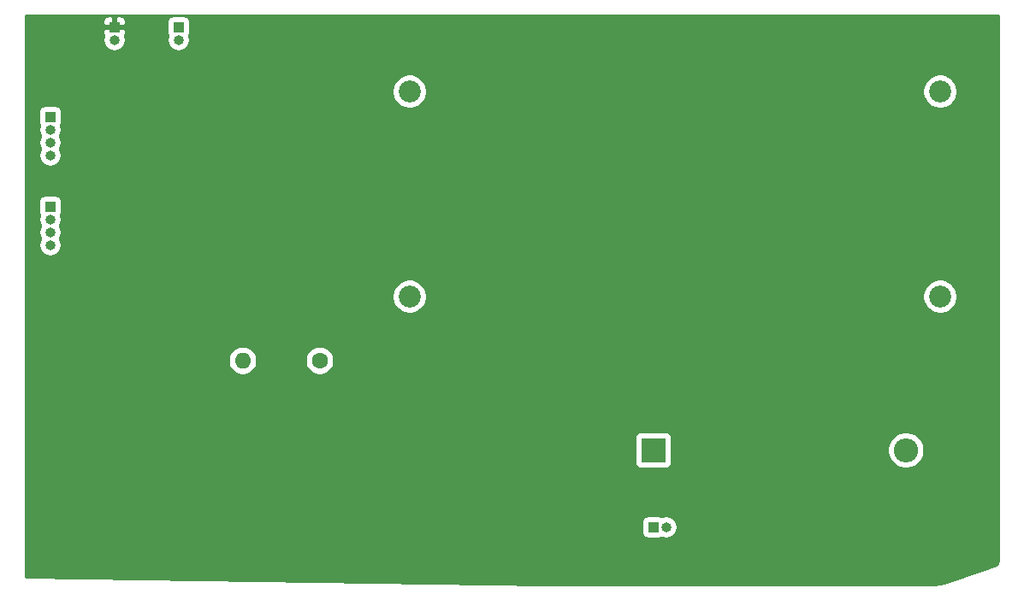
<source format=gbr>
%TF.GenerationSoftware,KiCad,Pcbnew,(5.1.10)-1*%
%TF.CreationDate,2021-08-16T12:44:53+12:00*%
%TF.ProjectId,pcbOutput,7063624f-7574-4707-9574-2e6b69636164,rev?*%
%TF.SameCoordinates,Original*%
%TF.FileFunction,Copper,L2,Bot*%
%TF.FilePolarity,Positive*%
%FSLAX46Y46*%
G04 Gerber Fmt 4.6, Leading zero omitted, Abs format (unit mm)*
G04 Created by KiCad (PCBNEW (5.1.10)-1) date 2021-08-16 12:44:53*
%MOMM*%
%LPD*%
G01*
G04 APERTURE LIST*
%TA.AperFunction,ComponentPad*%
%ADD10C,1.600000*%
%TD*%
%TA.AperFunction,ComponentPad*%
%ADD11O,1.600000X1.600000*%
%TD*%
%TA.AperFunction,ComponentPad*%
%ADD12O,1.000000X1.000000*%
%TD*%
%TA.AperFunction,ComponentPad*%
%ADD13R,1.000000X1.000000*%
%TD*%
%TA.AperFunction,ComponentPad*%
%ADD14O,2.400000X2.400000*%
%TD*%
%TA.AperFunction,ComponentPad*%
%ADD15R,2.400000X2.400000*%
%TD*%
%TA.AperFunction,ComponentPad*%
%ADD16C,2.175000*%
%TD*%
%TA.AperFunction,ViaPad*%
%ADD17C,0.800000*%
%TD*%
%TA.AperFunction,Conductor*%
%ADD18C,0.254000*%
%TD*%
%TA.AperFunction,Conductor*%
%ADD19C,0.100000*%
%TD*%
G04 APERTURE END LIST*
D10*
%TO.P,R1,1*%
%TO.N,Net-(C4-Pad2)*%
X58420000Y-72390000D03*
D11*
%TO.P,R1,2*%
%TO.N,Net-(C1-Pad1)*%
X50800000Y-72390000D03*
%TD*%
D12*
%TO.P,J5,2*%
%TO.N,Net-(J5-Pad2)*%
X44450000Y-40640000D03*
D13*
%TO.P,J5,1*%
%TO.N,Net-(J5-Pad1)*%
X44450000Y-39370000D03*
%TD*%
D12*
%TO.P,J4,2*%
%TO.N,Net-(C1-Pad1)*%
X92710000Y-88900000D03*
D13*
%TO.P,J4,1*%
%TO.N,Net-(C2-Pad1)*%
X91440000Y-88900000D03*
%TD*%
D12*
%TO.P,J3,4*%
%TO.N,Net-(J3-Pad4)*%
X31750000Y-60960000D03*
%TO.P,J3,3*%
%TO.N,Net-(J3-Pad3)*%
X31750000Y-59690000D03*
%TO.P,J3,2*%
%TO.N,Net-(J3-Pad2)*%
X31750000Y-58420000D03*
D13*
%TO.P,J3,1*%
%TO.N,Net-(J3-Pad1)*%
X31750000Y-57150000D03*
%TD*%
D12*
%TO.P,J2,4*%
%TO.N,Net-(J2-Pad4)*%
X31750000Y-52070000D03*
%TO.P,J2,3*%
%TO.N,Net-(J2-Pad3)*%
X31750000Y-50800000D03*
%TO.P,J2,2*%
%TO.N,Net-(J2-Pad2)*%
X31750000Y-49530000D03*
D13*
%TO.P,J2,1*%
%TO.N,Net-(J2-Pad1)*%
X31750000Y-48260000D03*
%TD*%
D12*
%TO.P,J1,2*%
%TO.N,Net-(J1-Pad2)*%
X38100000Y-40640000D03*
D13*
%TO.P,J1,1*%
%TO.N,GND*%
X38100000Y-39370000D03*
%TD*%
D14*
%TO.P,C4,2*%
%TO.N,Net-(C4-Pad2)*%
X116440000Y-81280000D03*
D15*
%TO.P,C4,1*%
%TO.N,Net-(C2-Pad1)*%
X91440000Y-81280000D03*
%TD*%
D16*
%TO.P,C3,4*%
%TO.N,N/C*%
X67310000Y-45740000D03*
%TO.P,C3,3*%
X119810000Y-45740000D03*
%TO.P,C3,2*%
%TO.N,Net-(C1-Pad1)*%
X119810000Y-66040000D03*
%TO.P,C3,1*%
%TO.N,Net-(C2-Pad1)*%
X67310000Y-66040000D03*
%TD*%
D17*
%TO.N,GND*%
X40640000Y-39370000D03*
X53040000Y-49230000D03*
X38100000Y-77470000D03*
%TD*%
D18*
%TO.N,GND*%
X125603000Y-92273897D02*
X125473788Y-92661534D01*
X120248999Y-94403130D01*
X119314649Y-94590000D01*
X80800927Y-94590000D01*
X29337000Y-93854801D01*
X29337000Y-88400000D01*
X90301928Y-88400000D01*
X90301928Y-89400000D01*
X90314188Y-89524482D01*
X90350498Y-89644180D01*
X90409463Y-89754494D01*
X90488815Y-89851185D01*
X90585506Y-89930537D01*
X90695820Y-89989502D01*
X90815518Y-90025812D01*
X90940000Y-90038072D01*
X91940000Y-90038072D01*
X92064482Y-90025812D01*
X92184180Y-89989502D01*
X92267226Y-89945112D01*
X92378933Y-89991383D01*
X92598212Y-90035000D01*
X92821788Y-90035000D01*
X93041067Y-89991383D01*
X93247624Y-89905824D01*
X93433520Y-89781612D01*
X93591612Y-89623520D01*
X93715824Y-89437624D01*
X93801383Y-89231067D01*
X93845000Y-89011788D01*
X93845000Y-88788212D01*
X93801383Y-88568933D01*
X93715824Y-88362376D01*
X93591612Y-88176480D01*
X93433520Y-88018388D01*
X93247624Y-87894176D01*
X93041067Y-87808617D01*
X92821788Y-87765000D01*
X92598212Y-87765000D01*
X92378933Y-87808617D01*
X92267226Y-87854888D01*
X92184180Y-87810498D01*
X92064482Y-87774188D01*
X91940000Y-87761928D01*
X90940000Y-87761928D01*
X90815518Y-87774188D01*
X90695820Y-87810498D01*
X90585506Y-87869463D01*
X90488815Y-87948815D01*
X90409463Y-88045506D01*
X90350498Y-88155820D01*
X90314188Y-88275518D01*
X90301928Y-88400000D01*
X29337000Y-88400000D01*
X29337000Y-80080000D01*
X89601928Y-80080000D01*
X89601928Y-82480000D01*
X89614188Y-82604482D01*
X89650498Y-82724180D01*
X89709463Y-82834494D01*
X89788815Y-82931185D01*
X89885506Y-83010537D01*
X89995820Y-83069502D01*
X90115518Y-83105812D01*
X90240000Y-83118072D01*
X92640000Y-83118072D01*
X92764482Y-83105812D01*
X92884180Y-83069502D01*
X92994494Y-83010537D01*
X93091185Y-82931185D01*
X93170537Y-82834494D01*
X93229502Y-82724180D01*
X93265812Y-82604482D01*
X93278072Y-82480000D01*
X93278072Y-81099268D01*
X114605000Y-81099268D01*
X114605000Y-81460732D01*
X114675518Y-81815250D01*
X114813844Y-82149199D01*
X115014662Y-82449744D01*
X115270256Y-82705338D01*
X115570801Y-82906156D01*
X115904750Y-83044482D01*
X116259268Y-83115000D01*
X116620732Y-83115000D01*
X116975250Y-83044482D01*
X117309199Y-82906156D01*
X117609744Y-82705338D01*
X117865338Y-82449744D01*
X118066156Y-82149199D01*
X118204482Y-81815250D01*
X118275000Y-81460732D01*
X118275000Y-81099268D01*
X118204482Y-80744750D01*
X118066156Y-80410801D01*
X117865338Y-80110256D01*
X117609744Y-79854662D01*
X117309199Y-79653844D01*
X116975250Y-79515518D01*
X116620732Y-79445000D01*
X116259268Y-79445000D01*
X115904750Y-79515518D01*
X115570801Y-79653844D01*
X115270256Y-79854662D01*
X115014662Y-80110256D01*
X114813844Y-80410801D01*
X114675518Y-80744750D01*
X114605000Y-81099268D01*
X93278072Y-81099268D01*
X93278072Y-80080000D01*
X93265812Y-79955518D01*
X93229502Y-79835820D01*
X93170537Y-79725506D01*
X93091185Y-79628815D01*
X92994494Y-79549463D01*
X92884180Y-79490498D01*
X92764482Y-79454188D01*
X92640000Y-79441928D01*
X90240000Y-79441928D01*
X90115518Y-79454188D01*
X89995820Y-79490498D01*
X89885506Y-79549463D01*
X89788815Y-79628815D01*
X89709463Y-79725506D01*
X89650498Y-79835820D01*
X89614188Y-79955518D01*
X89601928Y-80080000D01*
X29337000Y-80080000D01*
X29337000Y-72248665D01*
X49365000Y-72248665D01*
X49365000Y-72531335D01*
X49420147Y-72808574D01*
X49528320Y-73069727D01*
X49685363Y-73304759D01*
X49885241Y-73504637D01*
X50120273Y-73661680D01*
X50381426Y-73769853D01*
X50658665Y-73825000D01*
X50941335Y-73825000D01*
X51218574Y-73769853D01*
X51479727Y-73661680D01*
X51714759Y-73504637D01*
X51914637Y-73304759D01*
X52071680Y-73069727D01*
X52179853Y-72808574D01*
X52235000Y-72531335D01*
X52235000Y-72248665D01*
X56985000Y-72248665D01*
X56985000Y-72531335D01*
X57040147Y-72808574D01*
X57148320Y-73069727D01*
X57305363Y-73304759D01*
X57505241Y-73504637D01*
X57740273Y-73661680D01*
X58001426Y-73769853D01*
X58278665Y-73825000D01*
X58561335Y-73825000D01*
X58838574Y-73769853D01*
X59099727Y-73661680D01*
X59334759Y-73504637D01*
X59534637Y-73304759D01*
X59691680Y-73069727D01*
X59799853Y-72808574D01*
X59855000Y-72531335D01*
X59855000Y-72248665D01*
X59799853Y-71971426D01*
X59691680Y-71710273D01*
X59534637Y-71475241D01*
X59334759Y-71275363D01*
X59099727Y-71118320D01*
X58838574Y-71010147D01*
X58561335Y-70955000D01*
X58278665Y-70955000D01*
X58001426Y-71010147D01*
X57740273Y-71118320D01*
X57505241Y-71275363D01*
X57305363Y-71475241D01*
X57148320Y-71710273D01*
X57040147Y-71971426D01*
X56985000Y-72248665D01*
X52235000Y-72248665D01*
X52179853Y-71971426D01*
X52071680Y-71710273D01*
X51914637Y-71475241D01*
X51714759Y-71275363D01*
X51479727Y-71118320D01*
X51218574Y-71010147D01*
X50941335Y-70955000D01*
X50658665Y-70955000D01*
X50381426Y-71010147D01*
X50120273Y-71118320D01*
X49885241Y-71275363D01*
X49685363Y-71475241D01*
X49528320Y-71710273D01*
X49420147Y-71971426D01*
X49365000Y-72248665D01*
X29337000Y-72248665D01*
X29337000Y-65870349D01*
X65587500Y-65870349D01*
X65587500Y-66209651D01*
X65653695Y-66542435D01*
X65783541Y-66855909D01*
X65972047Y-67138029D01*
X66211971Y-67377953D01*
X66494091Y-67566459D01*
X66807565Y-67696305D01*
X67140349Y-67762500D01*
X67479651Y-67762500D01*
X67812435Y-67696305D01*
X68125909Y-67566459D01*
X68408029Y-67377953D01*
X68647953Y-67138029D01*
X68836459Y-66855909D01*
X68966305Y-66542435D01*
X69032500Y-66209651D01*
X69032500Y-65870349D01*
X118087500Y-65870349D01*
X118087500Y-66209651D01*
X118153695Y-66542435D01*
X118283541Y-66855909D01*
X118472047Y-67138029D01*
X118711971Y-67377953D01*
X118994091Y-67566459D01*
X119307565Y-67696305D01*
X119640349Y-67762500D01*
X119979651Y-67762500D01*
X120312435Y-67696305D01*
X120625909Y-67566459D01*
X120908029Y-67377953D01*
X121147953Y-67138029D01*
X121336459Y-66855909D01*
X121466305Y-66542435D01*
X121532500Y-66209651D01*
X121532500Y-65870349D01*
X121466305Y-65537565D01*
X121336459Y-65224091D01*
X121147953Y-64941971D01*
X120908029Y-64702047D01*
X120625909Y-64513541D01*
X120312435Y-64383695D01*
X119979651Y-64317500D01*
X119640349Y-64317500D01*
X119307565Y-64383695D01*
X118994091Y-64513541D01*
X118711971Y-64702047D01*
X118472047Y-64941971D01*
X118283541Y-65224091D01*
X118153695Y-65537565D01*
X118087500Y-65870349D01*
X69032500Y-65870349D01*
X68966305Y-65537565D01*
X68836459Y-65224091D01*
X68647953Y-64941971D01*
X68408029Y-64702047D01*
X68125909Y-64513541D01*
X67812435Y-64383695D01*
X67479651Y-64317500D01*
X67140349Y-64317500D01*
X66807565Y-64383695D01*
X66494091Y-64513541D01*
X66211971Y-64702047D01*
X65972047Y-64941971D01*
X65783541Y-65224091D01*
X65653695Y-65537565D01*
X65587500Y-65870349D01*
X29337000Y-65870349D01*
X29337000Y-56650000D01*
X30611928Y-56650000D01*
X30611928Y-57650000D01*
X30624188Y-57774482D01*
X30660498Y-57894180D01*
X30704888Y-57977226D01*
X30658617Y-58088933D01*
X30615000Y-58308212D01*
X30615000Y-58531788D01*
X30658617Y-58751067D01*
X30744176Y-58957624D01*
X30809241Y-59055000D01*
X30744176Y-59152376D01*
X30658617Y-59358933D01*
X30615000Y-59578212D01*
X30615000Y-59801788D01*
X30658617Y-60021067D01*
X30744176Y-60227624D01*
X30809241Y-60325000D01*
X30744176Y-60422376D01*
X30658617Y-60628933D01*
X30615000Y-60848212D01*
X30615000Y-61071788D01*
X30658617Y-61291067D01*
X30744176Y-61497624D01*
X30868388Y-61683520D01*
X31026480Y-61841612D01*
X31212376Y-61965824D01*
X31418933Y-62051383D01*
X31638212Y-62095000D01*
X31861788Y-62095000D01*
X32081067Y-62051383D01*
X32287624Y-61965824D01*
X32473520Y-61841612D01*
X32631612Y-61683520D01*
X32755824Y-61497624D01*
X32841383Y-61291067D01*
X32885000Y-61071788D01*
X32885000Y-60848212D01*
X32841383Y-60628933D01*
X32755824Y-60422376D01*
X32690759Y-60325000D01*
X32755824Y-60227624D01*
X32841383Y-60021067D01*
X32885000Y-59801788D01*
X32885000Y-59578212D01*
X32841383Y-59358933D01*
X32755824Y-59152376D01*
X32690759Y-59055000D01*
X32755824Y-58957624D01*
X32841383Y-58751067D01*
X32885000Y-58531788D01*
X32885000Y-58308212D01*
X32841383Y-58088933D01*
X32795112Y-57977226D01*
X32839502Y-57894180D01*
X32875812Y-57774482D01*
X32888072Y-57650000D01*
X32888072Y-56650000D01*
X32875812Y-56525518D01*
X32839502Y-56405820D01*
X32780537Y-56295506D01*
X32701185Y-56198815D01*
X32604494Y-56119463D01*
X32494180Y-56060498D01*
X32374482Y-56024188D01*
X32250000Y-56011928D01*
X31250000Y-56011928D01*
X31125518Y-56024188D01*
X31005820Y-56060498D01*
X30895506Y-56119463D01*
X30798815Y-56198815D01*
X30719463Y-56295506D01*
X30660498Y-56405820D01*
X30624188Y-56525518D01*
X30611928Y-56650000D01*
X29337000Y-56650000D01*
X29337000Y-47760000D01*
X30611928Y-47760000D01*
X30611928Y-48760000D01*
X30624188Y-48884482D01*
X30660498Y-49004180D01*
X30704888Y-49087226D01*
X30658617Y-49198933D01*
X30615000Y-49418212D01*
X30615000Y-49641788D01*
X30658617Y-49861067D01*
X30744176Y-50067624D01*
X30809241Y-50165000D01*
X30744176Y-50262376D01*
X30658617Y-50468933D01*
X30615000Y-50688212D01*
X30615000Y-50911788D01*
X30658617Y-51131067D01*
X30744176Y-51337624D01*
X30809241Y-51435000D01*
X30744176Y-51532376D01*
X30658617Y-51738933D01*
X30615000Y-51958212D01*
X30615000Y-52181788D01*
X30658617Y-52401067D01*
X30744176Y-52607624D01*
X30868388Y-52793520D01*
X31026480Y-52951612D01*
X31212376Y-53075824D01*
X31418933Y-53161383D01*
X31638212Y-53205000D01*
X31861788Y-53205000D01*
X32081067Y-53161383D01*
X32287624Y-53075824D01*
X32473520Y-52951612D01*
X32631612Y-52793520D01*
X32755824Y-52607624D01*
X32841383Y-52401067D01*
X32885000Y-52181788D01*
X32885000Y-51958212D01*
X32841383Y-51738933D01*
X32755824Y-51532376D01*
X32690759Y-51435000D01*
X32755824Y-51337624D01*
X32841383Y-51131067D01*
X32885000Y-50911788D01*
X32885000Y-50688212D01*
X32841383Y-50468933D01*
X32755824Y-50262376D01*
X32690759Y-50165000D01*
X32755824Y-50067624D01*
X32841383Y-49861067D01*
X32885000Y-49641788D01*
X32885000Y-49418212D01*
X32841383Y-49198933D01*
X32795112Y-49087226D01*
X32839502Y-49004180D01*
X32875812Y-48884482D01*
X32888072Y-48760000D01*
X32888072Y-47760000D01*
X32875812Y-47635518D01*
X32839502Y-47515820D01*
X32780537Y-47405506D01*
X32701185Y-47308815D01*
X32604494Y-47229463D01*
X32494180Y-47170498D01*
X32374482Y-47134188D01*
X32250000Y-47121928D01*
X31250000Y-47121928D01*
X31125518Y-47134188D01*
X31005820Y-47170498D01*
X30895506Y-47229463D01*
X30798815Y-47308815D01*
X30719463Y-47405506D01*
X30660498Y-47515820D01*
X30624188Y-47635518D01*
X30611928Y-47760000D01*
X29337000Y-47760000D01*
X29337000Y-45570349D01*
X65587500Y-45570349D01*
X65587500Y-45909651D01*
X65653695Y-46242435D01*
X65783541Y-46555909D01*
X65972047Y-46838029D01*
X66211971Y-47077953D01*
X66494091Y-47266459D01*
X66807565Y-47396305D01*
X67140349Y-47462500D01*
X67479651Y-47462500D01*
X67812435Y-47396305D01*
X68125909Y-47266459D01*
X68408029Y-47077953D01*
X68647953Y-46838029D01*
X68836459Y-46555909D01*
X68966305Y-46242435D01*
X69032500Y-45909651D01*
X69032500Y-45570349D01*
X118087500Y-45570349D01*
X118087500Y-45909651D01*
X118153695Y-46242435D01*
X118283541Y-46555909D01*
X118472047Y-46838029D01*
X118711971Y-47077953D01*
X118994091Y-47266459D01*
X119307565Y-47396305D01*
X119640349Y-47462500D01*
X119979651Y-47462500D01*
X120312435Y-47396305D01*
X120625909Y-47266459D01*
X120908029Y-47077953D01*
X121147953Y-46838029D01*
X121336459Y-46555909D01*
X121466305Y-46242435D01*
X121532500Y-45909651D01*
X121532500Y-45570349D01*
X121466305Y-45237565D01*
X121336459Y-44924091D01*
X121147953Y-44641971D01*
X120908029Y-44402047D01*
X120625909Y-44213541D01*
X120312435Y-44083695D01*
X119979651Y-44017500D01*
X119640349Y-44017500D01*
X119307565Y-44083695D01*
X118994091Y-44213541D01*
X118711971Y-44402047D01*
X118472047Y-44641971D01*
X118283541Y-44924091D01*
X118153695Y-45237565D01*
X118087500Y-45570349D01*
X69032500Y-45570349D01*
X68966305Y-45237565D01*
X68836459Y-44924091D01*
X68647953Y-44641971D01*
X68408029Y-44402047D01*
X68125909Y-44213541D01*
X67812435Y-44083695D01*
X67479651Y-44017500D01*
X67140349Y-44017500D01*
X66807565Y-44083695D01*
X66494091Y-44213541D01*
X66211971Y-44402047D01*
X65972047Y-44641971D01*
X65783541Y-44924091D01*
X65653695Y-45237565D01*
X65587500Y-45570349D01*
X29337000Y-45570349D01*
X29337000Y-39870000D01*
X36961928Y-39870000D01*
X36974188Y-39994482D01*
X37010498Y-40114180D01*
X37054888Y-40197226D01*
X37008617Y-40308933D01*
X36965000Y-40528212D01*
X36965000Y-40751788D01*
X37008617Y-40971067D01*
X37094176Y-41177624D01*
X37218388Y-41363520D01*
X37376480Y-41521612D01*
X37562376Y-41645824D01*
X37768933Y-41731383D01*
X37988212Y-41775000D01*
X38211788Y-41775000D01*
X38431067Y-41731383D01*
X38637624Y-41645824D01*
X38823520Y-41521612D01*
X38981612Y-41363520D01*
X39105824Y-41177624D01*
X39191383Y-40971067D01*
X39235000Y-40751788D01*
X39235000Y-40528212D01*
X39191383Y-40308933D01*
X39145112Y-40197226D01*
X39189502Y-40114180D01*
X39225812Y-39994482D01*
X39238072Y-39870000D01*
X39235000Y-39655750D01*
X39076250Y-39497000D01*
X38227000Y-39497000D01*
X38227000Y-39508026D01*
X38211788Y-39505000D01*
X37988212Y-39505000D01*
X37973000Y-39508026D01*
X37973000Y-39497000D01*
X37123750Y-39497000D01*
X36965000Y-39655750D01*
X36961928Y-39870000D01*
X29337000Y-39870000D01*
X29337000Y-38870000D01*
X36961928Y-38870000D01*
X36965000Y-39084250D01*
X37123750Y-39243000D01*
X37973000Y-39243000D01*
X37973000Y-38393750D01*
X38227000Y-38393750D01*
X38227000Y-39243000D01*
X39076250Y-39243000D01*
X39235000Y-39084250D01*
X39238072Y-38870000D01*
X43311928Y-38870000D01*
X43311928Y-39870000D01*
X43324188Y-39994482D01*
X43360498Y-40114180D01*
X43404888Y-40197226D01*
X43358617Y-40308933D01*
X43315000Y-40528212D01*
X43315000Y-40751788D01*
X43358617Y-40971067D01*
X43444176Y-41177624D01*
X43568388Y-41363520D01*
X43726480Y-41521612D01*
X43912376Y-41645824D01*
X44118933Y-41731383D01*
X44338212Y-41775000D01*
X44561788Y-41775000D01*
X44781067Y-41731383D01*
X44987624Y-41645824D01*
X45173520Y-41521612D01*
X45331612Y-41363520D01*
X45455824Y-41177624D01*
X45541383Y-40971067D01*
X45585000Y-40751788D01*
X45585000Y-40528212D01*
X45541383Y-40308933D01*
X45495112Y-40197226D01*
X45539502Y-40114180D01*
X45575812Y-39994482D01*
X45588072Y-39870000D01*
X45588072Y-38870000D01*
X45575812Y-38745518D01*
X45539502Y-38625820D01*
X45480537Y-38515506D01*
X45401185Y-38418815D01*
X45304494Y-38339463D01*
X45194180Y-38280498D01*
X45074482Y-38244188D01*
X44950000Y-38231928D01*
X43950000Y-38231928D01*
X43825518Y-38244188D01*
X43705820Y-38280498D01*
X43595506Y-38339463D01*
X43498815Y-38418815D01*
X43419463Y-38515506D01*
X43360498Y-38625820D01*
X43324188Y-38745518D01*
X43311928Y-38870000D01*
X39238072Y-38870000D01*
X39225812Y-38745518D01*
X39189502Y-38625820D01*
X39130537Y-38515506D01*
X39051185Y-38418815D01*
X38954494Y-38339463D01*
X38844180Y-38280498D01*
X38724482Y-38244188D01*
X38600000Y-38231928D01*
X38385750Y-38235000D01*
X38227000Y-38393750D01*
X37973000Y-38393750D01*
X37814250Y-38235000D01*
X37600000Y-38231928D01*
X37475518Y-38244188D01*
X37355820Y-38280498D01*
X37245506Y-38339463D01*
X37148815Y-38418815D01*
X37069463Y-38515506D01*
X37010498Y-38625820D01*
X36974188Y-38745518D01*
X36961928Y-38870000D01*
X29337000Y-38870000D01*
X29337000Y-38227000D01*
X125603000Y-38227000D01*
X125603000Y-92273897D01*
%TA.AperFunction,Conductor*%
D19*
G36*
X125603000Y-92273897D02*
G01*
X125473788Y-92661534D01*
X120248999Y-94403130D01*
X119314649Y-94590000D01*
X80800927Y-94590000D01*
X29337000Y-93854801D01*
X29337000Y-88400000D01*
X90301928Y-88400000D01*
X90301928Y-89400000D01*
X90314188Y-89524482D01*
X90350498Y-89644180D01*
X90409463Y-89754494D01*
X90488815Y-89851185D01*
X90585506Y-89930537D01*
X90695820Y-89989502D01*
X90815518Y-90025812D01*
X90940000Y-90038072D01*
X91940000Y-90038072D01*
X92064482Y-90025812D01*
X92184180Y-89989502D01*
X92267226Y-89945112D01*
X92378933Y-89991383D01*
X92598212Y-90035000D01*
X92821788Y-90035000D01*
X93041067Y-89991383D01*
X93247624Y-89905824D01*
X93433520Y-89781612D01*
X93591612Y-89623520D01*
X93715824Y-89437624D01*
X93801383Y-89231067D01*
X93845000Y-89011788D01*
X93845000Y-88788212D01*
X93801383Y-88568933D01*
X93715824Y-88362376D01*
X93591612Y-88176480D01*
X93433520Y-88018388D01*
X93247624Y-87894176D01*
X93041067Y-87808617D01*
X92821788Y-87765000D01*
X92598212Y-87765000D01*
X92378933Y-87808617D01*
X92267226Y-87854888D01*
X92184180Y-87810498D01*
X92064482Y-87774188D01*
X91940000Y-87761928D01*
X90940000Y-87761928D01*
X90815518Y-87774188D01*
X90695820Y-87810498D01*
X90585506Y-87869463D01*
X90488815Y-87948815D01*
X90409463Y-88045506D01*
X90350498Y-88155820D01*
X90314188Y-88275518D01*
X90301928Y-88400000D01*
X29337000Y-88400000D01*
X29337000Y-80080000D01*
X89601928Y-80080000D01*
X89601928Y-82480000D01*
X89614188Y-82604482D01*
X89650498Y-82724180D01*
X89709463Y-82834494D01*
X89788815Y-82931185D01*
X89885506Y-83010537D01*
X89995820Y-83069502D01*
X90115518Y-83105812D01*
X90240000Y-83118072D01*
X92640000Y-83118072D01*
X92764482Y-83105812D01*
X92884180Y-83069502D01*
X92994494Y-83010537D01*
X93091185Y-82931185D01*
X93170537Y-82834494D01*
X93229502Y-82724180D01*
X93265812Y-82604482D01*
X93278072Y-82480000D01*
X93278072Y-81099268D01*
X114605000Y-81099268D01*
X114605000Y-81460732D01*
X114675518Y-81815250D01*
X114813844Y-82149199D01*
X115014662Y-82449744D01*
X115270256Y-82705338D01*
X115570801Y-82906156D01*
X115904750Y-83044482D01*
X116259268Y-83115000D01*
X116620732Y-83115000D01*
X116975250Y-83044482D01*
X117309199Y-82906156D01*
X117609744Y-82705338D01*
X117865338Y-82449744D01*
X118066156Y-82149199D01*
X118204482Y-81815250D01*
X118275000Y-81460732D01*
X118275000Y-81099268D01*
X118204482Y-80744750D01*
X118066156Y-80410801D01*
X117865338Y-80110256D01*
X117609744Y-79854662D01*
X117309199Y-79653844D01*
X116975250Y-79515518D01*
X116620732Y-79445000D01*
X116259268Y-79445000D01*
X115904750Y-79515518D01*
X115570801Y-79653844D01*
X115270256Y-79854662D01*
X115014662Y-80110256D01*
X114813844Y-80410801D01*
X114675518Y-80744750D01*
X114605000Y-81099268D01*
X93278072Y-81099268D01*
X93278072Y-80080000D01*
X93265812Y-79955518D01*
X93229502Y-79835820D01*
X93170537Y-79725506D01*
X93091185Y-79628815D01*
X92994494Y-79549463D01*
X92884180Y-79490498D01*
X92764482Y-79454188D01*
X92640000Y-79441928D01*
X90240000Y-79441928D01*
X90115518Y-79454188D01*
X89995820Y-79490498D01*
X89885506Y-79549463D01*
X89788815Y-79628815D01*
X89709463Y-79725506D01*
X89650498Y-79835820D01*
X89614188Y-79955518D01*
X89601928Y-80080000D01*
X29337000Y-80080000D01*
X29337000Y-72248665D01*
X49365000Y-72248665D01*
X49365000Y-72531335D01*
X49420147Y-72808574D01*
X49528320Y-73069727D01*
X49685363Y-73304759D01*
X49885241Y-73504637D01*
X50120273Y-73661680D01*
X50381426Y-73769853D01*
X50658665Y-73825000D01*
X50941335Y-73825000D01*
X51218574Y-73769853D01*
X51479727Y-73661680D01*
X51714759Y-73504637D01*
X51914637Y-73304759D01*
X52071680Y-73069727D01*
X52179853Y-72808574D01*
X52235000Y-72531335D01*
X52235000Y-72248665D01*
X56985000Y-72248665D01*
X56985000Y-72531335D01*
X57040147Y-72808574D01*
X57148320Y-73069727D01*
X57305363Y-73304759D01*
X57505241Y-73504637D01*
X57740273Y-73661680D01*
X58001426Y-73769853D01*
X58278665Y-73825000D01*
X58561335Y-73825000D01*
X58838574Y-73769853D01*
X59099727Y-73661680D01*
X59334759Y-73504637D01*
X59534637Y-73304759D01*
X59691680Y-73069727D01*
X59799853Y-72808574D01*
X59855000Y-72531335D01*
X59855000Y-72248665D01*
X59799853Y-71971426D01*
X59691680Y-71710273D01*
X59534637Y-71475241D01*
X59334759Y-71275363D01*
X59099727Y-71118320D01*
X58838574Y-71010147D01*
X58561335Y-70955000D01*
X58278665Y-70955000D01*
X58001426Y-71010147D01*
X57740273Y-71118320D01*
X57505241Y-71275363D01*
X57305363Y-71475241D01*
X57148320Y-71710273D01*
X57040147Y-71971426D01*
X56985000Y-72248665D01*
X52235000Y-72248665D01*
X52179853Y-71971426D01*
X52071680Y-71710273D01*
X51914637Y-71475241D01*
X51714759Y-71275363D01*
X51479727Y-71118320D01*
X51218574Y-71010147D01*
X50941335Y-70955000D01*
X50658665Y-70955000D01*
X50381426Y-71010147D01*
X50120273Y-71118320D01*
X49885241Y-71275363D01*
X49685363Y-71475241D01*
X49528320Y-71710273D01*
X49420147Y-71971426D01*
X49365000Y-72248665D01*
X29337000Y-72248665D01*
X29337000Y-65870349D01*
X65587500Y-65870349D01*
X65587500Y-66209651D01*
X65653695Y-66542435D01*
X65783541Y-66855909D01*
X65972047Y-67138029D01*
X66211971Y-67377953D01*
X66494091Y-67566459D01*
X66807565Y-67696305D01*
X67140349Y-67762500D01*
X67479651Y-67762500D01*
X67812435Y-67696305D01*
X68125909Y-67566459D01*
X68408029Y-67377953D01*
X68647953Y-67138029D01*
X68836459Y-66855909D01*
X68966305Y-66542435D01*
X69032500Y-66209651D01*
X69032500Y-65870349D01*
X118087500Y-65870349D01*
X118087500Y-66209651D01*
X118153695Y-66542435D01*
X118283541Y-66855909D01*
X118472047Y-67138029D01*
X118711971Y-67377953D01*
X118994091Y-67566459D01*
X119307565Y-67696305D01*
X119640349Y-67762500D01*
X119979651Y-67762500D01*
X120312435Y-67696305D01*
X120625909Y-67566459D01*
X120908029Y-67377953D01*
X121147953Y-67138029D01*
X121336459Y-66855909D01*
X121466305Y-66542435D01*
X121532500Y-66209651D01*
X121532500Y-65870349D01*
X121466305Y-65537565D01*
X121336459Y-65224091D01*
X121147953Y-64941971D01*
X120908029Y-64702047D01*
X120625909Y-64513541D01*
X120312435Y-64383695D01*
X119979651Y-64317500D01*
X119640349Y-64317500D01*
X119307565Y-64383695D01*
X118994091Y-64513541D01*
X118711971Y-64702047D01*
X118472047Y-64941971D01*
X118283541Y-65224091D01*
X118153695Y-65537565D01*
X118087500Y-65870349D01*
X69032500Y-65870349D01*
X68966305Y-65537565D01*
X68836459Y-65224091D01*
X68647953Y-64941971D01*
X68408029Y-64702047D01*
X68125909Y-64513541D01*
X67812435Y-64383695D01*
X67479651Y-64317500D01*
X67140349Y-64317500D01*
X66807565Y-64383695D01*
X66494091Y-64513541D01*
X66211971Y-64702047D01*
X65972047Y-64941971D01*
X65783541Y-65224091D01*
X65653695Y-65537565D01*
X65587500Y-65870349D01*
X29337000Y-65870349D01*
X29337000Y-56650000D01*
X30611928Y-56650000D01*
X30611928Y-57650000D01*
X30624188Y-57774482D01*
X30660498Y-57894180D01*
X30704888Y-57977226D01*
X30658617Y-58088933D01*
X30615000Y-58308212D01*
X30615000Y-58531788D01*
X30658617Y-58751067D01*
X30744176Y-58957624D01*
X30809241Y-59055000D01*
X30744176Y-59152376D01*
X30658617Y-59358933D01*
X30615000Y-59578212D01*
X30615000Y-59801788D01*
X30658617Y-60021067D01*
X30744176Y-60227624D01*
X30809241Y-60325000D01*
X30744176Y-60422376D01*
X30658617Y-60628933D01*
X30615000Y-60848212D01*
X30615000Y-61071788D01*
X30658617Y-61291067D01*
X30744176Y-61497624D01*
X30868388Y-61683520D01*
X31026480Y-61841612D01*
X31212376Y-61965824D01*
X31418933Y-62051383D01*
X31638212Y-62095000D01*
X31861788Y-62095000D01*
X32081067Y-62051383D01*
X32287624Y-61965824D01*
X32473520Y-61841612D01*
X32631612Y-61683520D01*
X32755824Y-61497624D01*
X32841383Y-61291067D01*
X32885000Y-61071788D01*
X32885000Y-60848212D01*
X32841383Y-60628933D01*
X32755824Y-60422376D01*
X32690759Y-60325000D01*
X32755824Y-60227624D01*
X32841383Y-60021067D01*
X32885000Y-59801788D01*
X32885000Y-59578212D01*
X32841383Y-59358933D01*
X32755824Y-59152376D01*
X32690759Y-59055000D01*
X32755824Y-58957624D01*
X32841383Y-58751067D01*
X32885000Y-58531788D01*
X32885000Y-58308212D01*
X32841383Y-58088933D01*
X32795112Y-57977226D01*
X32839502Y-57894180D01*
X32875812Y-57774482D01*
X32888072Y-57650000D01*
X32888072Y-56650000D01*
X32875812Y-56525518D01*
X32839502Y-56405820D01*
X32780537Y-56295506D01*
X32701185Y-56198815D01*
X32604494Y-56119463D01*
X32494180Y-56060498D01*
X32374482Y-56024188D01*
X32250000Y-56011928D01*
X31250000Y-56011928D01*
X31125518Y-56024188D01*
X31005820Y-56060498D01*
X30895506Y-56119463D01*
X30798815Y-56198815D01*
X30719463Y-56295506D01*
X30660498Y-56405820D01*
X30624188Y-56525518D01*
X30611928Y-56650000D01*
X29337000Y-56650000D01*
X29337000Y-47760000D01*
X30611928Y-47760000D01*
X30611928Y-48760000D01*
X30624188Y-48884482D01*
X30660498Y-49004180D01*
X30704888Y-49087226D01*
X30658617Y-49198933D01*
X30615000Y-49418212D01*
X30615000Y-49641788D01*
X30658617Y-49861067D01*
X30744176Y-50067624D01*
X30809241Y-50165000D01*
X30744176Y-50262376D01*
X30658617Y-50468933D01*
X30615000Y-50688212D01*
X30615000Y-50911788D01*
X30658617Y-51131067D01*
X30744176Y-51337624D01*
X30809241Y-51435000D01*
X30744176Y-51532376D01*
X30658617Y-51738933D01*
X30615000Y-51958212D01*
X30615000Y-52181788D01*
X30658617Y-52401067D01*
X30744176Y-52607624D01*
X30868388Y-52793520D01*
X31026480Y-52951612D01*
X31212376Y-53075824D01*
X31418933Y-53161383D01*
X31638212Y-53205000D01*
X31861788Y-53205000D01*
X32081067Y-53161383D01*
X32287624Y-53075824D01*
X32473520Y-52951612D01*
X32631612Y-52793520D01*
X32755824Y-52607624D01*
X32841383Y-52401067D01*
X32885000Y-52181788D01*
X32885000Y-51958212D01*
X32841383Y-51738933D01*
X32755824Y-51532376D01*
X32690759Y-51435000D01*
X32755824Y-51337624D01*
X32841383Y-51131067D01*
X32885000Y-50911788D01*
X32885000Y-50688212D01*
X32841383Y-50468933D01*
X32755824Y-50262376D01*
X32690759Y-50165000D01*
X32755824Y-50067624D01*
X32841383Y-49861067D01*
X32885000Y-49641788D01*
X32885000Y-49418212D01*
X32841383Y-49198933D01*
X32795112Y-49087226D01*
X32839502Y-49004180D01*
X32875812Y-48884482D01*
X32888072Y-48760000D01*
X32888072Y-47760000D01*
X32875812Y-47635518D01*
X32839502Y-47515820D01*
X32780537Y-47405506D01*
X32701185Y-47308815D01*
X32604494Y-47229463D01*
X32494180Y-47170498D01*
X32374482Y-47134188D01*
X32250000Y-47121928D01*
X31250000Y-47121928D01*
X31125518Y-47134188D01*
X31005820Y-47170498D01*
X30895506Y-47229463D01*
X30798815Y-47308815D01*
X30719463Y-47405506D01*
X30660498Y-47515820D01*
X30624188Y-47635518D01*
X30611928Y-47760000D01*
X29337000Y-47760000D01*
X29337000Y-45570349D01*
X65587500Y-45570349D01*
X65587500Y-45909651D01*
X65653695Y-46242435D01*
X65783541Y-46555909D01*
X65972047Y-46838029D01*
X66211971Y-47077953D01*
X66494091Y-47266459D01*
X66807565Y-47396305D01*
X67140349Y-47462500D01*
X67479651Y-47462500D01*
X67812435Y-47396305D01*
X68125909Y-47266459D01*
X68408029Y-47077953D01*
X68647953Y-46838029D01*
X68836459Y-46555909D01*
X68966305Y-46242435D01*
X69032500Y-45909651D01*
X69032500Y-45570349D01*
X118087500Y-45570349D01*
X118087500Y-45909651D01*
X118153695Y-46242435D01*
X118283541Y-46555909D01*
X118472047Y-46838029D01*
X118711971Y-47077953D01*
X118994091Y-47266459D01*
X119307565Y-47396305D01*
X119640349Y-47462500D01*
X119979651Y-47462500D01*
X120312435Y-47396305D01*
X120625909Y-47266459D01*
X120908029Y-47077953D01*
X121147953Y-46838029D01*
X121336459Y-46555909D01*
X121466305Y-46242435D01*
X121532500Y-45909651D01*
X121532500Y-45570349D01*
X121466305Y-45237565D01*
X121336459Y-44924091D01*
X121147953Y-44641971D01*
X120908029Y-44402047D01*
X120625909Y-44213541D01*
X120312435Y-44083695D01*
X119979651Y-44017500D01*
X119640349Y-44017500D01*
X119307565Y-44083695D01*
X118994091Y-44213541D01*
X118711971Y-44402047D01*
X118472047Y-44641971D01*
X118283541Y-44924091D01*
X118153695Y-45237565D01*
X118087500Y-45570349D01*
X69032500Y-45570349D01*
X68966305Y-45237565D01*
X68836459Y-44924091D01*
X68647953Y-44641971D01*
X68408029Y-44402047D01*
X68125909Y-44213541D01*
X67812435Y-44083695D01*
X67479651Y-44017500D01*
X67140349Y-44017500D01*
X66807565Y-44083695D01*
X66494091Y-44213541D01*
X66211971Y-44402047D01*
X65972047Y-44641971D01*
X65783541Y-44924091D01*
X65653695Y-45237565D01*
X65587500Y-45570349D01*
X29337000Y-45570349D01*
X29337000Y-39870000D01*
X36961928Y-39870000D01*
X36974188Y-39994482D01*
X37010498Y-40114180D01*
X37054888Y-40197226D01*
X37008617Y-40308933D01*
X36965000Y-40528212D01*
X36965000Y-40751788D01*
X37008617Y-40971067D01*
X37094176Y-41177624D01*
X37218388Y-41363520D01*
X37376480Y-41521612D01*
X37562376Y-41645824D01*
X37768933Y-41731383D01*
X37988212Y-41775000D01*
X38211788Y-41775000D01*
X38431067Y-41731383D01*
X38637624Y-41645824D01*
X38823520Y-41521612D01*
X38981612Y-41363520D01*
X39105824Y-41177624D01*
X39191383Y-40971067D01*
X39235000Y-40751788D01*
X39235000Y-40528212D01*
X39191383Y-40308933D01*
X39145112Y-40197226D01*
X39189502Y-40114180D01*
X39225812Y-39994482D01*
X39238072Y-39870000D01*
X39235000Y-39655750D01*
X39076250Y-39497000D01*
X38227000Y-39497000D01*
X38227000Y-39508026D01*
X38211788Y-39505000D01*
X37988212Y-39505000D01*
X37973000Y-39508026D01*
X37973000Y-39497000D01*
X37123750Y-39497000D01*
X36965000Y-39655750D01*
X36961928Y-39870000D01*
X29337000Y-39870000D01*
X29337000Y-38870000D01*
X36961928Y-38870000D01*
X36965000Y-39084250D01*
X37123750Y-39243000D01*
X37973000Y-39243000D01*
X37973000Y-38393750D01*
X38227000Y-38393750D01*
X38227000Y-39243000D01*
X39076250Y-39243000D01*
X39235000Y-39084250D01*
X39238072Y-38870000D01*
X43311928Y-38870000D01*
X43311928Y-39870000D01*
X43324188Y-39994482D01*
X43360498Y-40114180D01*
X43404888Y-40197226D01*
X43358617Y-40308933D01*
X43315000Y-40528212D01*
X43315000Y-40751788D01*
X43358617Y-40971067D01*
X43444176Y-41177624D01*
X43568388Y-41363520D01*
X43726480Y-41521612D01*
X43912376Y-41645824D01*
X44118933Y-41731383D01*
X44338212Y-41775000D01*
X44561788Y-41775000D01*
X44781067Y-41731383D01*
X44987624Y-41645824D01*
X45173520Y-41521612D01*
X45331612Y-41363520D01*
X45455824Y-41177624D01*
X45541383Y-40971067D01*
X45585000Y-40751788D01*
X45585000Y-40528212D01*
X45541383Y-40308933D01*
X45495112Y-40197226D01*
X45539502Y-40114180D01*
X45575812Y-39994482D01*
X45588072Y-39870000D01*
X45588072Y-38870000D01*
X45575812Y-38745518D01*
X45539502Y-38625820D01*
X45480537Y-38515506D01*
X45401185Y-38418815D01*
X45304494Y-38339463D01*
X45194180Y-38280498D01*
X45074482Y-38244188D01*
X44950000Y-38231928D01*
X43950000Y-38231928D01*
X43825518Y-38244188D01*
X43705820Y-38280498D01*
X43595506Y-38339463D01*
X43498815Y-38418815D01*
X43419463Y-38515506D01*
X43360498Y-38625820D01*
X43324188Y-38745518D01*
X43311928Y-38870000D01*
X39238072Y-38870000D01*
X39225812Y-38745518D01*
X39189502Y-38625820D01*
X39130537Y-38515506D01*
X39051185Y-38418815D01*
X38954494Y-38339463D01*
X38844180Y-38280498D01*
X38724482Y-38244188D01*
X38600000Y-38231928D01*
X38385750Y-38235000D01*
X38227000Y-38393750D01*
X37973000Y-38393750D01*
X37814250Y-38235000D01*
X37600000Y-38231928D01*
X37475518Y-38244188D01*
X37355820Y-38280498D01*
X37245506Y-38339463D01*
X37148815Y-38418815D01*
X37069463Y-38515506D01*
X37010498Y-38625820D01*
X36974188Y-38745518D01*
X36961928Y-38870000D01*
X29337000Y-38870000D01*
X29337000Y-38227000D01*
X125603000Y-38227000D01*
X125603000Y-92273897D01*
G37*
%TD.AperFunction*%
%TD*%
M02*

</source>
